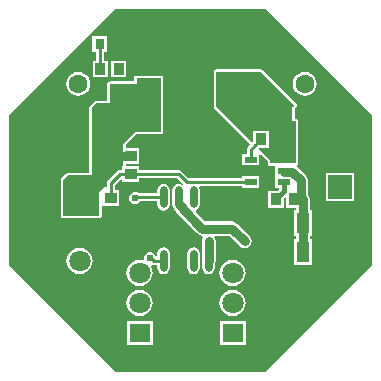
<source format=gbr>
%TF.GenerationSoftware,Altium Limited,Altium Designer,21.2.1 (34)*%
G04 Layer_Physical_Order=1*
G04 Layer_Color=255*
%FSLAX26Y26*%
%MOIN*%
%TF.SameCoordinates,9B619AE5-86D3-421A-82E6-E0B3A417AA1F*%
%TF.FilePolarity,Positive*%
%TF.FileFunction,Copper,L1,Top,Signal*%
%TF.Part,Single*%
G01*
G75*
%TA.AperFunction,SMDPad,CuDef*%
%ADD10R,0.036614X0.038583*%
%ADD11O,0.024803X0.073425*%
%ADD12R,0.038583X0.036614*%
%ADD13R,0.044488X0.070866*%
%ADD14R,0.039370X0.021654*%
%ADD15R,0.039370X0.032677*%
%ADD16R,0.078740X0.098425*%
%ADD17R,0.031496X0.037402*%
%TA.AperFunction,Conductor*%
%ADD18C,0.010000*%
%ADD19C,0.030000*%
%ADD20C,0.015000*%
%ADD21C,0.020000*%
%TA.AperFunction,ComponentPad*%
%ADD22C,0.062992*%
%ADD23C,0.078740*%
%ADD24R,0.078740X0.078740*%
%ADD25R,0.070866X0.062000*%
%ADD26C,0.070866*%
%TA.AperFunction,ViaPad*%
%ADD27C,0.024000*%
G36*
X4235000Y2520000D02*
Y2020000D01*
X3880000Y1665000D01*
X3380000D01*
X3025000Y2020000D01*
Y2520000D01*
X3380000Y2875000D01*
X3880000D01*
X4235000Y2520000D01*
D02*
G37*
%LPC*%
G36*
X3416307Y2702291D02*
X3363693D01*
Y2647709D01*
X3416307D01*
Y2702291D01*
D02*
G37*
G36*
X3350315Y2783701D02*
X3302819D01*
Y2730299D01*
X3313312D01*
Y2702291D01*
X3303063D01*
Y2647709D01*
X3355677D01*
Y2702291D01*
X3339822D01*
Y2730299D01*
X3350315D01*
Y2783701D01*
D02*
G37*
G36*
X4010000Y2664837D02*
X3999689Y2663479D01*
X3990082Y2659500D01*
X3981831Y2653169D01*
X3975500Y2644918D01*
X3971521Y2635311D01*
X3970163Y2625000D01*
X3971521Y2614689D01*
X3975500Y2605082D01*
X3981831Y2596831D01*
X3990082Y2590500D01*
X3999689Y2586521D01*
X4010000Y2585163D01*
X4020311Y2586521D01*
X4029918Y2590500D01*
X4038169Y2596831D01*
X4044500Y2605082D01*
X4048479Y2614689D01*
X4049837Y2625000D01*
X4048479Y2635311D01*
X4044500Y2644918D01*
X4038169Y2653169D01*
X4029918Y2659500D01*
X4020311Y2663479D01*
X4010000Y2664837D01*
D02*
G37*
G36*
X3255275D02*
X3244965Y2663479D01*
X3235357Y2659500D01*
X3227106Y2653169D01*
X3220775Y2644918D01*
X3216796Y2635311D01*
X3215438Y2625000D01*
X3216796Y2614689D01*
X3220775Y2605082D01*
X3227106Y2596831D01*
X3235357Y2590500D01*
X3244965Y2586521D01*
X3255275Y2585163D01*
X3265586Y2586521D01*
X3275193Y2590500D01*
X3283444Y2596831D01*
X3289775Y2605082D01*
X3293754Y2614689D01*
X3295112Y2625000D01*
X3293754Y2635311D01*
X3289775Y2644918D01*
X3283444Y2653169D01*
X3275193Y2659500D01*
X3265586Y2663479D01*
X3255275Y2664837D01*
D02*
G37*
G36*
X3537606Y2652213D02*
X3442866D01*
Y2633157D01*
X3360000D01*
X3356879Y2632536D01*
X3354232Y2630768D01*
X3352464Y2628121D01*
X3351843Y2625000D01*
Y2568157D01*
X3315001D01*
X3315000Y2568157D01*
X3311878Y2567536D01*
X3309232Y2565768D01*
X3294232Y2550768D01*
X3292464Y2548122D01*
X3291843Y2545000D01*
X3291843Y2544999D01*
Y2328157D01*
X3220001D01*
X3220000Y2328157D01*
X3216878Y2327536D01*
X3214232Y2325768D01*
X3199232Y2310768D01*
X3197464Y2308122D01*
X3196843Y2305000D01*
X3196843Y2304999D01*
Y2185000D01*
X3197464Y2181879D01*
X3199232Y2179232D01*
X3201879Y2177464D01*
X3205000Y2176843D01*
X3325000D01*
X3328121Y2177464D01*
X3330768Y2179232D01*
X3332536Y2181879D01*
X3333157Y2185000D01*
Y2217926D01*
X3337709Y2219008D01*
Y2219008D01*
X3392291D01*
Y2271622D01*
X3378255D01*
Y2289510D01*
X3397709Y2308964D01*
X3402709Y2306893D01*
Y2298378D01*
X3457291D01*
Y2311430D01*
X3584825D01*
X3603941Y2292314D01*
X3600754Y2288430D01*
X3597960Y2290297D01*
X3590000Y2291880D01*
X3582040Y2290297D01*
X3575291Y2285787D01*
X3570782Y2279039D01*
X3569199Y2271079D01*
Y2225311D01*
X3569148Y2225055D01*
X3569199Y2224799D01*
Y2222457D01*
X3570782Y2214497D01*
X3575291Y2207748D01*
X3579662Y2204828D01*
X3582253Y2202236D01*
X3582933Y2198819D01*
X3588016Y2191211D01*
X3652809Y2126418D01*
X3660418Y2121334D01*
X3669392Y2119549D01*
X3669544D01*
X3672060Y2114549D01*
X3668334Y2108974D01*
X3666549Y2100000D01*
Y2035548D01*
X3668334Y2026574D01*
X3669199Y2025280D01*
Y2011237D01*
X3670782Y2003276D01*
X3675291Y1996528D01*
X3682040Y1992019D01*
X3690000Y1990436D01*
X3697960Y1992019D01*
X3704709Y1996528D01*
X3709218Y2003276D01*
X3710801Y2011237D01*
Y2025280D01*
X3711666Y2026574D01*
X3713451Y2035548D01*
Y2100000D01*
X3711666Y2108974D01*
X3707940Y2114549D01*
X3710456Y2119549D01*
X3757286D01*
X3793418Y2083418D01*
X3801026Y2078334D01*
X3810000Y2076549D01*
X3818974Y2078334D01*
X3826582Y2083418D01*
X3831666Y2091026D01*
X3833451Y2100000D01*
X3831666Y2108974D01*
X3826582Y2116582D01*
X3783582Y2159582D01*
X3775974Y2164666D01*
X3767000Y2166451D01*
X3679105D01*
X3647182Y2198374D01*
X3648816Y2203811D01*
X3654709Y2207748D01*
X3659218Y2214497D01*
X3660801Y2222457D01*
Y2271079D01*
X3659218Y2279039D01*
X3658619Y2279935D01*
X3660976Y2284344D01*
X3802194D01*
Y2278772D01*
X3857564D01*
Y2316426D01*
X3802194D01*
Y2310854D01*
X3622891D01*
X3599687Y2334058D01*
X3595387Y2336931D01*
X3590315Y2337940D01*
X3457291D01*
Y2350992D01*
X3413157D01*
Y2359008D01*
X3457291D01*
Y2411622D01*
X3413157D01*
Y2421621D01*
X3448379Y2456843D01*
X3530000D01*
X3533121Y2457464D01*
X3535768Y2459232D01*
X3537536Y2461879D01*
X3538157Y2465000D01*
Y2625000D01*
X3537606Y2627767D01*
Y2652213D01*
D02*
G37*
G36*
X3540000Y2291880D02*
X3532040Y2290297D01*
X3525291Y2285787D01*
X3520782Y2279039D01*
X3519199Y2271079D01*
Y2260023D01*
X3458201D01*
X3452489Y2263840D01*
X3444685Y2265392D01*
X3436881Y2263840D01*
X3430266Y2259419D01*
X3425845Y2252804D01*
X3424293Y2245000D01*
X3425845Y2237196D01*
X3430266Y2230581D01*
X3436881Y2226160D01*
X3444685Y2224608D01*
X3452489Y2226160D01*
X3459104Y2230581D01*
X3461064Y2233513D01*
X3519199D01*
Y2222457D01*
X3520782Y2214497D01*
X3525291Y2207748D01*
X3532040Y2203239D01*
X3540000Y2201656D01*
X3547960Y2203239D01*
X3554709Y2207748D01*
X3559218Y2214497D01*
X3560801Y2222457D01*
Y2271079D01*
X3559218Y2279039D01*
X3554709Y2285787D01*
X3547960Y2290297D01*
X3540000Y2291880D01*
D02*
G37*
G36*
X4176370Y2328370D02*
X4081630D01*
Y2233630D01*
X4176370D01*
Y2328370D01*
D02*
G37*
G36*
X3540000Y2080660D02*
X3532040Y2079077D01*
X3525291Y2074568D01*
X3520782Y2067819D01*
X3519199Y2059859D01*
Y2050795D01*
X3514199Y2050302D01*
X3513701Y2052804D01*
X3509281Y2059419D01*
X3502665Y2063840D01*
X3494862Y2065392D01*
X3487058Y2063840D01*
X3480443Y2059419D01*
X3476022Y2052804D01*
X3474470Y2045000D01*
X3475244Y2041109D01*
X3471699Y2037666D01*
X3470889Y2037374D01*
X3460000Y2038808D01*
X3448662Y2037315D01*
X3438096Y2032939D01*
X3429023Y2025977D01*
X3422061Y2016904D01*
X3417685Y2006338D01*
X3416192Y1995000D01*
X3417685Y1983662D01*
X3422061Y1973096D01*
X3429023Y1964023D01*
X3438096Y1957061D01*
X3448662Y1952685D01*
X3460000Y1951192D01*
X3471338Y1952685D01*
X3481904Y1957061D01*
X3490977Y1964023D01*
X3497939Y1973096D01*
X3502315Y1983662D01*
X3503808Y1995000D01*
X3502315Y2006338D01*
X3497939Y2016904D01*
X3499851Y2022625D01*
X3502543Y2023446D01*
X3503578Y2022754D01*
X3508650Y2021745D01*
X3519199D01*
Y2011237D01*
X3520782Y2003276D01*
X3525291Y1996528D01*
X3532040Y1992019D01*
X3540000Y1990436D01*
X3547960Y1992019D01*
X3554709Y1996528D01*
X3559218Y2003276D01*
X3560801Y2011237D01*
Y2059859D01*
X3559218Y2067819D01*
X3554709Y2074568D01*
X3547960Y2079077D01*
X3540000Y2080660D01*
D02*
G37*
G36*
X3865000Y2673157D02*
X3864999Y2673157D01*
X3715000D01*
X3711879Y2672536D01*
X3709232Y2670768D01*
X3707464Y2668121D01*
X3706843Y2665000D01*
X3706843Y2550001D01*
X3706843Y2550000D01*
X3707464Y2546879D01*
X3709232Y2544232D01*
X3709233Y2544232D01*
X3827295Y2426169D01*
X3826387Y2420762D01*
X3820506Y2414881D01*
X3817633Y2410581D01*
X3816624Y2405509D01*
Y2391222D01*
X3802194D01*
Y2353568D01*
X3857564D01*
Y2387082D01*
X3857564Y2388829D01*
X3862564Y2390901D01*
X3886843Y2366621D01*
X3886843Y2360000D01*
X3887464Y2356878D01*
X3889232Y2354232D01*
X3891879Y2352464D01*
X3895000Y2351843D01*
X3912438D01*
Y2316170D01*
Y2278772D01*
X3924518D01*
X3925438Y2273772D01*
X3918957Y2267291D01*
X3888693D01*
Y2212709D01*
X3941307D01*
Y2244942D01*
X3944704Y2248338D01*
X3949323Y2246425D01*
Y2212709D01*
X3980211D01*
Y2203433D01*
X3973417D01*
Y2116567D01*
X3980211D01*
Y2108433D01*
X3973417D01*
Y2021567D01*
X4033905D01*
Y2108433D01*
X4027112D01*
Y2116567D01*
X4033905D01*
Y2203433D01*
X4027112D01*
Y2240000D01*
X4025327Y2248974D01*
X4020459Y2256260D01*
Y2303753D01*
X4018674Y2312727D01*
X4013590Y2320335D01*
X3985917Y2348008D01*
X3985568Y2348241D01*
X3985685Y2354177D01*
X3985768Y2354232D01*
X3987536Y2356879D01*
X3988157Y2360000D01*
Y2500661D01*
X3987536Y2503783D01*
X3985768Y2506429D01*
X3983121Y2508197D01*
X3980000Y2508818D01*
X3976928D01*
Y2541947D01*
X3977772Y2542511D01*
X3979358Y2543571D01*
X3981126Y2546217D01*
X3983197Y2551217D01*
X3983197Y2551217D01*
X3983818Y2554339D01*
X3983197Y2557460D01*
X3981429Y2560106D01*
X3870768Y2670768D01*
X3868121Y2672536D01*
X3865000Y2673157D01*
D02*
G37*
G36*
X3260000Y2078808D02*
X3248662Y2077315D01*
X3238096Y2072939D01*
X3229023Y2065977D01*
X3222061Y2056904D01*
X3217685Y2046338D01*
X3216192Y2035000D01*
X3217685Y2023662D01*
X3222061Y2013096D01*
X3229023Y2004023D01*
X3238096Y1997061D01*
X3248662Y1992685D01*
X3260000Y1991192D01*
X3271338Y1992685D01*
X3281904Y1997061D01*
X3290977Y2004023D01*
X3297939Y2013096D01*
X3302315Y2023662D01*
X3303808Y2035000D01*
X3302315Y2046338D01*
X3297939Y2056904D01*
X3290977Y2065977D01*
X3281904Y2072939D01*
X3271338Y2077315D01*
X3260000Y2078808D01*
D02*
G37*
G36*
X3640000Y2080660D02*
X3632040Y2079077D01*
X3625291Y2074568D01*
X3620782Y2067819D01*
X3619199Y2059859D01*
Y2011237D01*
X3620782Y2003276D01*
X3625291Y1996528D01*
X3632040Y1992019D01*
X3640000Y1990436D01*
X3647960Y1992019D01*
X3654709Y1996528D01*
X3659218Y2003276D01*
X3660801Y2011237D01*
Y2059859D01*
X3659218Y2067819D01*
X3654709Y2074568D01*
X3647960Y2079077D01*
X3640000Y2080660D01*
D02*
G37*
G36*
X3770000Y2038808D02*
X3758662Y2037315D01*
X3748096Y2032939D01*
X3739023Y2025977D01*
X3732061Y2016904D01*
X3727685Y2006338D01*
X3726192Y1995000D01*
X3727685Y1983662D01*
X3732061Y1973096D01*
X3739023Y1964023D01*
X3748096Y1957061D01*
X3758662Y1952685D01*
X3770000Y1951192D01*
X3781338Y1952685D01*
X3791904Y1957061D01*
X3800977Y1964023D01*
X3807939Y1973096D01*
X3812315Y1983662D01*
X3813808Y1995000D01*
X3812315Y2006338D01*
X3807939Y2016904D01*
X3800977Y2025977D01*
X3791904Y2032939D01*
X3781338Y2037315D01*
X3770000Y2038808D01*
D02*
G37*
G36*
Y1938808D02*
X3758662Y1937315D01*
X3748096Y1932939D01*
X3739023Y1925977D01*
X3732061Y1916904D01*
X3727685Y1906338D01*
X3726192Y1895000D01*
X3727685Y1883662D01*
X3732061Y1873096D01*
X3739023Y1864023D01*
X3748096Y1857061D01*
X3758662Y1852685D01*
X3770000Y1851192D01*
X3781338Y1852685D01*
X3791904Y1857061D01*
X3800977Y1864023D01*
X3807939Y1873096D01*
X3812315Y1883662D01*
X3813808Y1895000D01*
X3812315Y1906338D01*
X3807939Y1916904D01*
X3800977Y1925977D01*
X3791904Y1932939D01*
X3781338Y1937315D01*
X3770000Y1938808D01*
D02*
G37*
G36*
X3460000D02*
X3448662Y1937315D01*
X3438096Y1932939D01*
X3429023Y1925977D01*
X3422061Y1916904D01*
X3417685Y1906338D01*
X3416192Y1895000D01*
X3417685Y1883662D01*
X3422061Y1873096D01*
X3429023Y1864023D01*
X3438096Y1857061D01*
X3448662Y1852685D01*
X3460000Y1851192D01*
X3471338Y1852685D01*
X3481904Y1857061D01*
X3490977Y1864023D01*
X3497939Y1873096D01*
X3502315Y1883662D01*
X3503808Y1895000D01*
X3502315Y1906338D01*
X3497939Y1916904D01*
X3490977Y1925977D01*
X3481904Y1932939D01*
X3471338Y1937315D01*
X3460000Y1938808D01*
D02*
G37*
G36*
X3813433Y1834000D02*
X3726567D01*
Y1756000D01*
X3813433D01*
Y1834000D01*
D02*
G37*
G36*
X3503433D02*
X3416567D01*
Y1756000D01*
X3503433D01*
Y1834000D01*
D02*
G37*
%LPD*%
G36*
X3530000Y2465000D02*
X3445000D01*
X3405000Y2425000D01*
Y2350992D01*
X3402709D01*
Y2337940D01*
X3394685D01*
X3389613Y2336931D01*
X3385313Y2334058D01*
X3355628Y2304372D01*
X3352754Y2300072D01*
X3351745Y2295000D01*
Y2280000D01*
X3340000D01*
X3325000Y2265000D01*
Y2185000D01*
X3205000D01*
Y2305000D01*
X3220000Y2320000D01*
X3300000D01*
Y2545000D01*
X3315000Y2560000D01*
X3360000D01*
Y2625000D01*
X3530000D01*
Y2465000D01*
D02*
G37*
G36*
X3975661Y2554339D02*
X3973590Y2549339D01*
X3968772D01*
Y2500661D01*
X3980000D01*
Y2360000D01*
X3895000D01*
X3895000Y2370000D01*
X3857291Y2407709D01*
X3859362Y2412709D01*
X3890677D01*
Y2467291D01*
X3838063D01*
Y2434008D01*
X3833063Y2431937D01*
X3715000Y2550000D01*
X3715000Y2665000D01*
X3865000D01*
X3975661Y2554339D01*
D02*
G37*
D10*
X3864370Y2440000D02*
D03*
X3925000D02*
D03*
X3329370Y2675000D02*
D03*
X3390000D02*
D03*
X3975630Y2240000D02*
D03*
X3915000D02*
D03*
D11*
X3540000Y2035548D02*
D03*
X3590000D02*
D03*
X3640000D02*
D03*
X3690000D02*
D03*
X3540000Y2246768D02*
D03*
X3590000D02*
D03*
X3640000D02*
D03*
X3690000D02*
D03*
D12*
X3430000Y2385315D02*
D03*
Y2324685D02*
D03*
X3365000Y2184685D02*
D03*
Y2245315D02*
D03*
D13*
X4003661Y2065000D02*
D03*
X3886339D02*
D03*
X3236339Y2410000D02*
D03*
X3353661D02*
D03*
X4003661Y2160000D02*
D03*
X3886339D02*
D03*
X3353661Y2505000D02*
D03*
X3236339D02*
D03*
D14*
X3940123Y2297599D02*
D03*
Y2334997D02*
D03*
Y2372395D02*
D03*
X3829879D02*
D03*
Y2334997D02*
D03*
Y2297599D02*
D03*
D15*
X3996457Y2525000D02*
D03*
X3903543D02*
D03*
D16*
X3490236Y2595000D02*
D03*
X3769764D02*
D03*
D17*
X3326567Y2757000D02*
D03*
X3397433D02*
D03*
D18*
X3590315Y2324685D02*
X3617401Y2297599D01*
X3829879D01*
X3430000Y2324685D02*
X3590315D01*
X3394685D02*
X3430000D01*
X3365000Y2295000D02*
X3394685Y2324685D01*
X3365000Y2245315D02*
Y2295000D01*
X3533162Y2035000D02*
X3533710Y2035548D01*
X3508650Y2035000D02*
X3533162D01*
X3533710Y2035548D02*
X3540000D01*
X3494862Y2045000D02*
X3498650D01*
X3508650Y2035000D01*
X3444685Y2245000D02*
X3446453Y2246768D01*
X3540000D01*
X3827478Y2300000D02*
X3829879Y2297599D01*
X3326567Y2677803D02*
X3329370Y2675000D01*
X3326567Y2677803D02*
Y2757000D01*
X3844524Y2420154D02*
X3845508D01*
X3829879Y2405509D02*
X3844524Y2420154D01*
X3864370Y2439016D02*
Y2440000D01*
X3845508Y2420154D02*
X3864370Y2439016D01*
X3829879Y2372395D02*
Y2405509D01*
D19*
X3353661Y2396811D02*
X3365157Y2385315D01*
X3353661Y2396811D02*
Y2410000D01*
X3365157Y2385315D02*
X3430000D01*
X4003661Y2160000D02*
Y2240000D01*
X3997008Y2244291D02*
X4001299Y2240000D01*
X4003661Y2100000D02*
Y2160000D01*
Y2065000D02*
Y2100000D01*
X3940123Y2331426D02*
X3969335D01*
X3604599Y2207793D02*
X3669392Y2143000D01*
X3767000D02*
X3810000Y2100000D01*
X3669392Y2143000D02*
X3767000D01*
X3592599Y2225055D02*
X3604599Y2213055D01*
Y2207793D02*
Y2213055D01*
X3690000Y2035548D02*
Y2100000D01*
X4001299Y2240000D02*
X4003622D01*
X3969335Y2331426D02*
X3997008Y2303753D01*
Y2244291D02*
Y2303753D01*
D20*
X3941892Y2267876D02*
Y2297599D01*
X3915000Y2240984D02*
X3941892Y2267876D01*
X3915000Y2240000D02*
Y2240984D01*
D21*
X3940123Y2297599D02*
X3941892D01*
X3942719Y2296772D01*
D22*
X4010000Y1908464D02*
D03*
Y2625000D02*
D03*
X3255275D02*
D03*
Y1908464D02*
D03*
D23*
X4129000Y2181000D02*
D03*
D24*
Y2281000D02*
D03*
D25*
X3460000Y1795000D02*
D03*
X3770000D02*
D03*
X3260000Y2235000D02*
D03*
D26*
X3460000Y1895000D02*
D03*
Y1995000D02*
D03*
X3770000Y1895000D02*
D03*
Y1995000D02*
D03*
X3260000Y2035000D02*
D03*
Y2135000D02*
D03*
D27*
X3494862Y2045000D02*
D03*
X4005000Y2100000D02*
D03*
X3810000D02*
D03*
X4005000Y2075000D02*
D03*
X3885000Y2065000D02*
D03*
X4005000Y2045000D02*
D03*
X3444685Y2245000D02*
D03*
X3690000Y2100000D02*
D03*
X3640315Y2245000D02*
D03*
X3175000Y2505000D02*
D03*
Y2405000D02*
D03*
X3885000Y2155000D02*
D03*
X3450000Y2760000D02*
D03*
%TF.MD5,7c19b1486d5b531752d5a0c552dc93db*%
M02*

</source>
